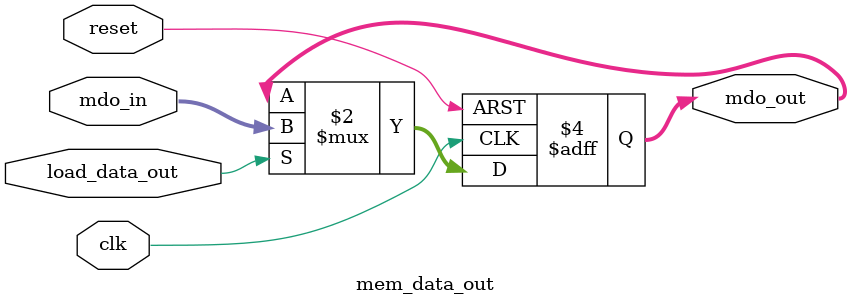
<source format=sv>
module mem_data_out
(
    input clk,
    input reset,
    input logic load_data_out,
    input logic [31:0] mdo_in,
    output logic [31:0] mdo_out
);

always_ff @ (posedge clk or posedge reset)
begin
    if(reset)
        mdo_out <= 32'h00000000;
    else if(load_data_out)
        mdo_out <= mdo_in;
end

endmodule : mem_data_out
</source>
